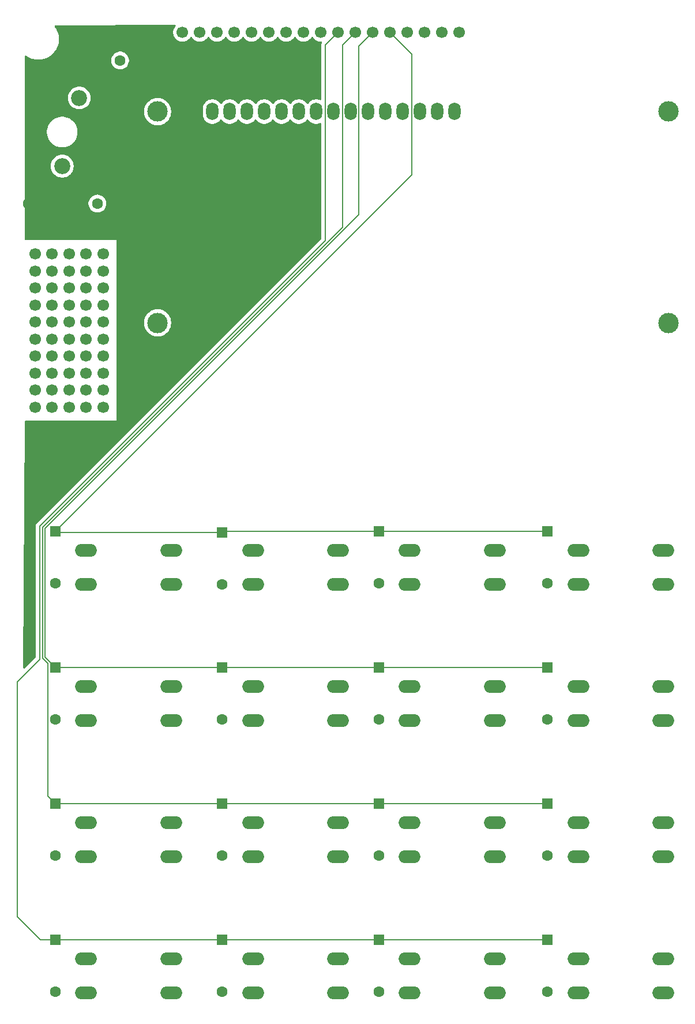
<source format=gbr>
%TF.GenerationSoftware,KiCad,Pcbnew,9.0.6*%
%TF.CreationDate,2025-12-01T15:24:05-05:00*%
%TF.ProjectId,65C816,36354338-3136-42e6-9b69-6361645f7063,rev?*%
%TF.SameCoordinates,Original*%
%TF.FileFunction,Copper,L2,Bot*%
%TF.FilePolarity,Positive*%
%FSLAX46Y46*%
G04 Gerber Fmt 4.6, Leading zero omitted, Abs format (unit mm)*
G04 Created by KiCad (PCBNEW 9.0.6) date 2025-12-01 15:24:05*
%MOMM*%
%LPD*%
G01*
G04 APERTURE LIST*
G04 Aperture macros list*
%AMRoundRect*
0 Rectangle with rounded corners*
0 $1 Rounding radius*
0 $2 $3 $4 $5 $6 $7 $8 $9 X,Y pos of 4 corners*
0 Add a 4 corners polygon primitive as box body*
4,1,4,$2,$3,$4,$5,$6,$7,$8,$9,$2,$3,0*
0 Add four circle primitives for the rounded corners*
1,1,$1+$1,$2,$3*
1,1,$1+$1,$4,$5*
1,1,$1+$1,$6,$7*
1,1,$1+$1,$8,$9*
0 Add four rect primitives between the rounded corners*
20,1,$1+$1,$2,$3,$4,$5,0*
20,1,$1+$1,$4,$5,$6,$7,0*
20,1,$1+$1,$6,$7,$8,$9,0*
20,1,$1+$1,$8,$9,$2,$3,0*%
G04 Aperture macros list end*
%TA.AperFunction,ComponentPad*%
%ADD10O,3.200000X1.900000*%
%TD*%
%TA.AperFunction,ComponentPad*%
%ADD11C,1.700000*%
%TD*%
%TA.AperFunction,ComponentPad*%
%ADD12C,1.600000*%
%TD*%
%TA.AperFunction,ComponentPad*%
%ADD13RoundRect,0.250000X-0.550000X0.550000X-0.550000X-0.550000X0.550000X-0.550000X0.550000X0.550000X0*%
%TD*%
%TA.AperFunction,ComponentPad*%
%ADD14C,2.340000*%
%TD*%
%TA.AperFunction,ComponentPad*%
%ADD15R,1.700000X1.700000*%
%TD*%
%TA.AperFunction,ComponentPad*%
%ADD16C,3.000000*%
%TD*%
%TA.AperFunction,ComponentPad*%
%ADD17R,1.800000X2.600000*%
%TD*%
%TA.AperFunction,ComponentPad*%
%ADD18O,1.800000X2.600000*%
%TD*%
%TA.AperFunction,Conductor*%
%ADD19C,0.200000*%
%TD*%
G04 APERTURE END LIST*
D10*
%TO.P,SW8,2,2*%
%TO.N,Net-(D8-A)*%
X122000000Y-174500000D03*
X109500000Y-174500000D03*
%TO.P,SW8,1,1*%
%TO.N,Net-(J2-Pin_17)*%
X122000000Y-169500000D03*
X109500000Y-169500000D03*
%TD*%
D11*
%TO.P,,2*%
%TO.N,N/C*%
X54500000Y-86000000D03*
%TD*%
%TO.P,,2*%
%TO.N,N/C*%
X57000000Y-88500000D03*
%TD*%
%TO.P,,2*%
%TO.N,N/C*%
X64500000Y-88500000D03*
%TD*%
%TO.P,,2*%
%TO.N,N/C*%
X64500000Y-86000000D03*
%TD*%
%TO.P,,2*%
%TO.N,N/C*%
X57000000Y-86000000D03*
%TD*%
%TO.P,,2*%
%TO.N,N/C*%
X59500000Y-88500000D03*
%TD*%
%TO.P,,2*%
%TO.N,N/C*%
X54500000Y-88500000D03*
%TD*%
%TO.P,,2*%
%TO.N,N/C*%
X62000000Y-88500000D03*
%TD*%
%TO.P,,2*%
%TO.N,N/C*%
X59500000Y-86000000D03*
%TD*%
%TO.P,,2*%
%TO.N,N/C*%
X62000000Y-86000000D03*
%TD*%
%TO.P,,2*%
%TO.N,N/C*%
X64500000Y-73500000D03*
%TD*%
%TO.P,,2*%
%TO.N,N/C*%
X64500000Y-83500000D03*
%TD*%
%TO.P,,2*%
%TO.N,N/C*%
X64500000Y-71000000D03*
%TD*%
%TO.P,,2*%
%TO.N,N/C*%
X64500000Y-66000000D03*
%TD*%
%TO.P,,2*%
%TO.N,N/C*%
X64500000Y-76000000D03*
%TD*%
%TO.P,,2*%
%TO.N,N/C*%
X64500000Y-68500000D03*
%TD*%
%TO.P,,2*%
%TO.N,N/C*%
X64500000Y-78500000D03*
%TD*%
%TO.P,,2*%
%TO.N,N/C*%
X64500000Y-81000000D03*
%TD*%
%TO.P,,2*%
%TO.N,N/C*%
X54500000Y-83500000D03*
%TD*%
%TO.P,,2*%
%TO.N,N/C*%
X59500000Y-83500000D03*
%TD*%
%TO.P,,2*%
%TO.N,N/C*%
X54500000Y-78500000D03*
%TD*%
%TO.P,,2*%
%TO.N,N/C*%
X62000000Y-83500000D03*
%TD*%
%TO.P,,2*%
%TO.N,N/C*%
X57000000Y-78500000D03*
%TD*%
%TO.P,,2*%
%TO.N,N/C*%
X59500000Y-78500000D03*
%TD*%
%TO.P,,2*%
%TO.N,N/C*%
X57000000Y-83500000D03*
%TD*%
%TO.P,,2*%
%TO.N,N/C*%
X57000000Y-81000000D03*
%TD*%
%TO.P,,2*%
%TO.N,N/C*%
X62000000Y-81000000D03*
%TD*%
%TO.P,,2*%
%TO.N,N/C*%
X62000000Y-76000000D03*
%TD*%
%TO.P,,2*%
%TO.N,N/C*%
X62000000Y-78500000D03*
%TD*%
%TO.P,,2*%
%TO.N,N/C*%
X54500000Y-76000000D03*
%TD*%
%TO.P,,2*%
%TO.N,N/C*%
X59500000Y-76000000D03*
%TD*%
%TO.P,,2*%
%TO.N,N/C*%
X59500000Y-81000000D03*
%TD*%
%TO.P,,2*%
%TO.N,N/C*%
X54500000Y-81000000D03*
%TD*%
%TO.P,,2*%
%TO.N,N/C*%
X57000000Y-76000000D03*
%TD*%
%TO.P,,2*%
%TO.N,N/C*%
X59500000Y-73500000D03*
%TD*%
%TO.P,,2*%
%TO.N,N/C*%
X59500000Y-68500000D03*
%TD*%
%TO.P,,2*%
%TO.N,N/C*%
X62000000Y-68500000D03*
%TD*%
%TO.P,,2*%
%TO.N,N/C*%
X62000000Y-73500000D03*
%TD*%
%TO.P,,2*%
%TO.N,N/C*%
X62000000Y-71000000D03*
%TD*%
%TO.P,,2*%
%TO.N,N/C*%
X59500000Y-66000000D03*
%TD*%
%TO.P,,2*%
%TO.N,N/C*%
X59500000Y-71000000D03*
%TD*%
%TO.P,,2*%
%TO.N,N/C*%
X62000000Y-66000000D03*
%TD*%
%TO.P,,2*%
%TO.N,N/C*%
X54500000Y-73500000D03*
%TD*%
%TO.P,,2*%
%TO.N,N/C*%
X57000000Y-73500000D03*
%TD*%
%TO.P,,2*%
%TO.N,N/C*%
X54500000Y-71000000D03*
%TD*%
%TO.P,,2*%
%TO.N,N/C*%
X57000000Y-71000000D03*
%TD*%
%TO.P,,2*%
%TO.N,N/C*%
X54500000Y-68500000D03*
%TD*%
%TO.P,,2*%
%TO.N,N/C*%
X57000000Y-68500000D03*
%TD*%
%TO.P,,2*%
%TO.N,N/C*%
X57000000Y-66000000D03*
%TD*%
%TO.P,,2*%
%TO.N,N/C*%
X54500000Y-66000000D03*
%TD*%
D12*
%TO.P,D4,2,A*%
%TO.N,Net-(D4-A)*%
X129750000Y-174310000D03*
D13*
%TO.P,D4,1,K*%
%TO.N,Net-(D12-K)*%
X129750000Y-166690000D03*
%TD*%
%TO.P,D3,1,K*%
%TO.N,Net-(D11-K)*%
X129750000Y-146690000D03*
D12*
%TO.P,D3,2,A*%
%TO.N,Net-(D3-A)*%
X129750000Y-154310000D03*
%TD*%
%TO.P,D2,2,A*%
%TO.N,Net-(D2-A)*%
X129750000Y-134310000D03*
D13*
%TO.P,D2,1,K*%
%TO.N,Net-(D10-K)*%
X129750000Y-126690000D03*
%TD*%
D12*
%TO.P,D1,2,A*%
%TO.N,Net-(D1-A)*%
X129750000Y-114310000D03*
D13*
%TO.P,D1,1,K*%
%TO.N,Net-(D1-K)*%
X129750000Y-106690000D03*
%TD*%
D12*
%TO.P,D6,2,A*%
%TO.N,Net-(D6-A)*%
X105000000Y-134310000D03*
D13*
%TO.P,D6,1,K*%
%TO.N,Net-(D10-K)*%
X105000000Y-126690000D03*
%TD*%
D12*
%TO.P,D5,2,A*%
%TO.N,Net-(D5-A)*%
X105000000Y-114310000D03*
D13*
%TO.P,D5,1,K*%
%TO.N,Net-(D1-K)*%
X105000000Y-106690000D03*
%TD*%
D12*
%TO.P,D8,2,A*%
%TO.N,Net-(D8-A)*%
X105000000Y-174310000D03*
D13*
%TO.P,D8,1,K*%
%TO.N,Net-(D12-K)*%
X105000000Y-166690000D03*
%TD*%
D12*
%TO.P,D7,2,A*%
%TO.N,Net-(D7-A)*%
X105000000Y-154310000D03*
D13*
%TO.P,D7,1,K*%
%TO.N,Net-(D11-K)*%
X105000000Y-146690000D03*
%TD*%
D10*
%TO.P,SW5,1,1*%
%TO.N,Net-(J2-Pin_17)*%
X109500000Y-109500000D03*
X122000000Y-109500000D03*
%TO.P,SW5,2,2*%
%TO.N,Net-(D5-A)*%
X109500000Y-114500000D03*
X122000000Y-114500000D03*
%TD*%
%TO.P,SW6,2,2*%
%TO.N,Net-(D6-A)*%
X122000000Y-134500000D03*
X109500000Y-134500000D03*
%TO.P,SW6,1,1*%
%TO.N,Net-(J2-Pin_17)*%
X122000000Y-129500000D03*
X109500000Y-129500000D03*
%TD*%
%TO.P,SW7,1,1*%
%TO.N,Net-(J2-Pin_17)*%
X109500000Y-149500000D03*
X122000000Y-149500000D03*
%TO.P,SW7,2,2*%
%TO.N,Net-(D7-A)*%
X109500000Y-154500000D03*
X122000000Y-154500000D03*
%TD*%
%TO.P,SW12,1,1*%
%TO.N,Net-(J2-Pin_16)*%
X86500000Y-169500000D03*
X99000000Y-169500000D03*
%TO.P,SW12,2,2*%
%TO.N,Net-(D12-A)*%
X86500000Y-174500000D03*
X99000000Y-174500000D03*
%TD*%
%TO.P,SW10,1,1*%
%TO.N,Net-(J2-Pin_16)*%
X86500000Y-129500000D03*
X99000000Y-129500000D03*
%TO.P,SW10,2,2*%
%TO.N,Net-(D10-A)*%
X86500000Y-134500000D03*
X99000000Y-134500000D03*
%TD*%
%TO.P,SW14,2,2*%
%TO.N,Net-(D14-A)*%
X74500000Y-134500000D03*
X62000000Y-134500000D03*
%TO.P,SW14,1,1*%
%TO.N,Net-(J2-Pin_15)*%
X74500000Y-129500000D03*
X62000000Y-129500000D03*
%TD*%
%TO.P,SW3,2,2*%
%TO.N,Net-(D3-A)*%
X146750000Y-154500000D03*
X134250000Y-154500000D03*
%TO.P,SW3,1,1*%
%TO.N,Net-(J2-Pin_18)*%
X146750000Y-149500000D03*
X134250000Y-149500000D03*
%TD*%
%TO.P,SW4,1,1*%
%TO.N,Net-(J2-Pin_18)*%
X134250000Y-169500000D03*
X146750000Y-169500000D03*
%TO.P,SW4,2,2*%
%TO.N,Net-(D4-A)*%
X134250000Y-174500000D03*
X146750000Y-174500000D03*
%TD*%
%TO.P,SW11,1,1*%
%TO.N,Net-(J2-Pin_16)*%
X86500000Y-149500000D03*
X99000000Y-149500000D03*
%TO.P,SW11,2,2*%
%TO.N,Net-(D11-A)*%
X86500000Y-154500000D03*
X99000000Y-154500000D03*
%TD*%
%TO.P,SW15,2,2*%
%TO.N,Net-(D15-A)*%
X74500000Y-154500000D03*
X62000000Y-154500000D03*
%TO.P,SW15,1,1*%
%TO.N,Net-(J2-Pin_15)*%
X74500000Y-149500000D03*
X62000000Y-149500000D03*
%TD*%
%TO.P,SW2,2,2*%
%TO.N,Net-(D2-A)*%
X146750000Y-134500000D03*
X134250000Y-134500000D03*
%TO.P,SW2,1,1*%
%TO.N,Net-(J2-Pin_18)*%
X146750000Y-129500000D03*
X134250000Y-129500000D03*
%TD*%
%TO.P,SW16,2,2*%
%TO.N,Net-(D16-A)*%
X74500000Y-174500000D03*
X62000000Y-174500000D03*
%TO.P,SW16,1,1*%
%TO.N,Net-(J2-Pin_15)*%
X74500000Y-169500000D03*
X62000000Y-169500000D03*
%TD*%
%TO.P,SW9,1,1*%
%TO.N,Net-(J2-Pin_16)*%
X86500000Y-109500000D03*
X99000000Y-109500000D03*
%TO.P,SW9,2,2*%
%TO.N,Net-(D9-A)*%
X86500000Y-114500000D03*
X99000000Y-114500000D03*
%TD*%
%TO.P,SW13,2,2*%
%TO.N,Net-(D13-A)*%
X74500000Y-114500000D03*
X62000000Y-114500000D03*
%TO.P,SW13,1,1*%
%TO.N,Net-(J2-Pin_15)*%
X74500000Y-109500000D03*
X62000000Y-109500000D03*
%TD*%
%TO.P,SW1,2,2*%
%TO.N,Net-(D1-A)*%
X146750000Y-114500000D03*
X134250000Y-114500000D03*
%TO.P,SW1,1,1*%
%TO.N,Net-(J2-Pin_18)*%
X146750000Y-109500000D03*
X134250000Y-109500000D03*
%TD*%
D14*
%TO.P,RV1,1,1*%
%TO.N,GND*%
X56000000Y-43120000D03*
%TO.P,RV1,2,2*%
%TO.N,Net-(DS1-VO)*%
X58500000Y-53120000D03*
%TO.P,RV1,3,3*%
%TO.N,+5V*%
X61000000Y-43120000D03*
%TD*%
D12*
%TO.P,R2,1*%
%TO.N,GND*%
X53500000Y-58620000D03*
%TO.P,R2,2*%
%TO.N,Net-(DS1-LED(-))*%
X63660000Y-58620000D03*
%TD*%
D15*
%TO.P,J2,1,Pin_1*%
%TO.N,GND*%
X73600000Y-33500000D03*
D11*
%TO.P,J2,2,Pin_2*%
%TO.N,+5V*%
X76140000Y-33500000D03*
%TO.P,J2,3,Pin_3*%
%TO.N,Net-(DS1-E)*%
X78680000Y-33500000D03*
%TO.P,J2,4,Pin_4*%
%TO.N,Net-(DS1-R{slash}W)*%
X81220000Y-33500000D03*
%TO.P,J2,5,Pin_5*%
%TO.N,Net-(DS1-RS)*%
X83760000Y-33500000D03*
%TO.P,J2,6,Pin_6*%
%TO.N,unconnected-(J2-Pin_6-Pad6)*%
X86300000Y-33500000D03*
%TO.P,J2,7,Pin_7*%
%TO.N,Net-(DS1-D4)*%
X88840000Y-33500000D03*
%TO.P,J2,8,Pin_8*%
%TO.N,Net-(DS1-D5)*%
X91380000Y-33500000D03*
%TO.P,J2,9,Pin_9*%
%TO.N,Net-(DS1-D6)*%
X93920000Y-33500000D03*
%TO.P,J2,10,Pin_10*%
%TO.N,Net-(DS1-D7)*%
X96460000Y-33500000D03*
%TO.P,J2,11,Pin_11*%
%TO.N,Net-(D12-K)*%
X99000000Y-33500000D03*
%TO.P,J2,12,Pin_12*%
%TO.N,Net-(D11-K)*%
X101540000Y-33500000D03*
%TO.P,J2,13,Pin_13*%
%TO.N,Net-(D10-K)*%
X104080000Y-33500000D03*
%TO.P,J2,14,Pin_14*%
%TO.N,Net-(D1-K)*%
X106620000Y-33500000D03*
%TO.P,J2,15,Pin_15*%
%TO.N,Net-(J2-Pin_15)*%
X109160000Y-33500000D03*
%TO.P,J2,16,Pin_16*%
%TO.N,Net-(J2-Pin_16)*%
X111700000Y-33500000D03*
%TO.P,J2,17,Pin_17*%
%TO.N,Net-(J2-Pin_17)*%
X114240000Y-33500000D03*
%TO.P,J2,18,Pin_18*%
%TO.N,Net-(J2-Pin_18)*%
X116780000Y-33500000D03*
%TD*%
D16*
%TO.P,DS1,*%
%TO.N,*%
X72500900Y-45120000D03*
X72500900Y-76120700D03*
X147499480Y-76120700D03*
X147500000Y-45120000D03*
D17*
%TO.P,DS1,1,VSS*%
%TO.N,GND*%
X78000000Y-45120000D03*
D18*
%TO.P,DS1,2,VDD*%
%TO.N,+5V*%
X80540000Y-45120000D03*
%TO.P,DS1,3,VO*%
%TO.N,Net-(DS1-VO)*%
X83080000Y-45120000D03*
%TO.P,DS1,4,RS*%
%TO.N,Net-(DS1-RS)*%
X85620000Y-45120000D03*
%TO.P,DS1,5,R/W*%
%TO.N,Net-(DS1-R{slash}W)*%
X88160000Y-45120000D03*
%TO.P,DS1,6,E*%
%TO.N,Net-(DS1-E)*%
X90700000Y-45120000D03*
%TO.P,DS1,7,D0*%
%TO.N,unconnected-(DS1-D0-Pad7)*%
X93240000Y-45120000D03*
%TO.P,DS1,8,D1*%
%TO.N,unconnected-(DS1-D1-Pad8)*%
X95780000Y-45120000D03*
%TO.P,DS1,9,D2*%
%TO.N,unconnected-(DS1-D2-Pad9)*%
X98320000Y-45120000D03*
%TO.P,DS1,10,D3*%
%TO.N,unconnected-(DS1-D3-Pad10)*%
X100860000Y-45120000D03*
%TO.P,DS1,11,D4*%
%TO.N,Net-(DS1-D4)*%
X103400000Y-45120000D03*
%TO.P,DS1,12,D5*%
%TO.N,Net-(DS1-D5)*%
X105940000Y-45120000D03*
%TO.P,DS1,13,D6*%
%TO.N,Net-(DS1-D6)*%
X108480000Y-45120000D03*
%TO.P,DS1,14,D7*%
%TO.N,Net-(DS1-D7)*%
X111020000Y-45120000D03*
%TO.P,DS1,15,LED(+)*%
%TO.N,+5V*%
X113560000Y-45120000D03*
%TO.P,DS1,16,LED(-)*%
%TO.N,Net-(DS1-LED(-))*%
X116100000Y-45120000D03*
%TD*%
D13*
%TO.P,D16,1,K*%
%TO.N,Net-(D12-K)*%
X57500000Y-166690000D03*
D12*
%TO.P,D16,2,A*%
%TO.N,Net-(D16-A)*%
X57500000Y-174310000D03*
%TD*%
D13*
%TO.P,D15,1,K*%
%TO.N,Net-(D11-K)*%
X57500000Y-146690000D03*
D12*
%TO.P,D15,2,A*%
%TO.N,Net-(D15-A)*%
X57500000Y-154310000D03*
%TD*%
D13*
%TO.P,D14,1,K*%
%TO.N,Net-(D10-K)*%
X57500000Y-126690000D03*
D12*
%TO.P,D14,2,A*%
%TO.N,Net-(D14-A)*%
X57500000Y-134310000D03*
%TD*%
D13*
%TO.P,D13,1,K*%
%TO.N,Net-(D1-K)*%
X57500000Y-106690000D03*
D12*
%TO.P,D13,2,A*%
%TO.N,Net-(D13-A)*%
X57500000Y-114310000D03*
%TD*%
D13*
%TO.P,D12,1,K*%
%TO.N,Net-(D12-K)*%
X82000000Y-166690000D03*
D12*
%TO.P,D12,2,A*%
%TO.N,Net-(D12-A)*%
X82000000Y-174310000D03*
%TD*%
D13*
%TO.P,D11,1,K*%
%TO.N,Net-(D11-K)*%
X82000000Y-146690000D03*
D12*
%TO.P,D11,2,A*%
%TO.N,Net-(D11-A)*%
X82000000Y-154310000D03*
%TD*%
D13*
%TO.P,D10,1,K*%
%TO.N,Net-(D10-K)*%
X82000000Y-126690000D03*
D12*
%TO.P,D10,2,A*%
%TO.N,Net-(D10-A)*%
X82000000Y-134310000D03*
%TD*%
D13*
%TO.P,D9,1,K*%
%TO.N,Net-(D1-K)*%
X82000000Y-106880000D03*
D12*
%TO.P,D9,2,A*%
%TO.N,Net-(D9-A)*%
X82000000Y-114500000D03*
%TD*%
%TO.P,C1,1*%
%TO.N,GND*%
X62000000Y-37620000D03*
%TO.P,C1,2*%
%TO.N,+5V*%
X67000000Y-37620000D03*
%TD*%
D19*
%TO.N,Net-(D12-K)*%
X55200000Y-105972470D02*
X55200000Y-125500000D01*
X57500000Y-166690000D02*
X55304523Y-166690000D01*
X55304523Y-166690000D02*
X51899000Y-163284477D01*
X51899000Y-128801000D02*
X55200000Y-125500000D01*
X51899000Y-163284477D02*
X51899000Y-128801000D01*
%TO.N,Net-(D1-K)*%
X82000000Y-106880000D02*
X57690000Y-106880000D01*
X57690000Y-106880000D02*
X57500000Y-106690000D01*
X106620000Y-33500000D02*
X109819000Y-36699000D01*
X109819000Y-36699000D02*
X109819000Y-54371000D01*
X109819000Y-54371000D02*
X57500000Y-106690000D01*
%TO.N,Net-(D11-K)*%
X101540000Y-33500000D02*
X99659000Y-35381000D01*
X55600000Y-125355686D02*
X56399000Y-126154686D01*
X55600000Y-106138155D02*
X55600000Y-125355686D01*
X99659000Y-62079155D02*
X55600000Y-106138155D01*
X56399000Y-126154686D02*
X56399000Y-145589000D01*
%TO.N,Net-(D10-K)*%
X102061000Y-35519000D02*
X102061000Y-60242840D01*
%TO.N,Net-(D11-K)*%
X56399000Y-145589000D02*
X57500000Y-146690000D01*
%TO.N,Net-(D12-K)*%
X99000000Y-33500000D02*
X97119000Y-35381000D01*
X97119000Y-64053470D02*
X55200000Y-105972470D01*
%TO.N,Net-(D10-K)*%
X102061000Y-60242840D02*
X56000000Y-106303840D01*
%TO.N,Net-(D12-K)*%
X97119000Y-35381000D02*
X97119000Y-64053470D01*
%TO.N,Net-(D11-K)*%
X99659000Y-35381000D02*
X99659000Y-62079155D01*
%TO.N,Net-(D10-K)*%
X104080000Y-33500000D02*
X102061000Y-35519000D01*
X56000000Y-106303840D02*
X56000000Y-125190000D01*
X56000000Y-125190000D02*
X57500000Y-126690000D01*
%TO.N,Net-(D12-K)*%
X105000000Y-166690000D02*
X129750000Y-166690000D01*
X82000000Y-166690000D02*
X105000000Y-166690000D01*
X57500000Y-166690000D02*
X82000000Y-166690000D01*
%TO.N,Net-(D10-K)*%
X105000000Y-126690000D02*
X129750000Y-126690000D01*
%TO.N,Net-(D11-K)*%
X82000000Y-146690000D02*
X57500000Y-146690000D01*
X105000000Y-146690000D02*
X82000000Y-146690000D01*
X129750000Y-146690000D02*
X105000000Y-146690000D01*
%TO.N,Net-(D10-K)*%
X82000000Y-126690000D02*
X104500000Y-126690000D01*
X104500000Y-126690000D02*
X105000000Y-127190000D01*
X57500000Y-126690000D02*
X82000000Y-126690000D01*
%TO.N,Net-(D1-K)*%
X105000000Y-106690000D02*
X82190000Y-106690000D01*
X82190000Y-106690000D02*
X82000000Y-106880000D01*
X129750000Y-106690000D02*
X105000000Y-106690000D01*
%TD*%
%TA.AperFunction,Conductor*%
%TO.N,GND*%
G36*
X75113266Y-32403298D02*
G01*
X75159298Y-32455861D01*
X75169605Y-32524966D01*
X75140915Y-32588673D01*
X75134459Y-32595645D01*
X75109889Y-32620214D01*
X74984951Y-32792179D01*
X74888444Y-32981585D01*
X74888443Y-32981587D01*
X74888443Y-32981588D01*
X74855598Y-33082672D01*
X74822753Y-33183760D01*
X74790225Y-33389137D01*
X74789500Y-33393713D01*
X74789500Y-33606287D01*
X74822754Y-33816243D01*
X74881356Y-33996602D01*
X74888444Y-34018414D01*
X74984951Y-34207820D01*
X75109890Y-34379786D01*
X75260213Y-34530109D01*
X75432179Y-34655048D01*
X75432181Y-34655049D01*
X75432184Y-34655051D01*
X75621588Y-34751557D01*
X75823757Y-34817246D01*
X76033713Y-34850500D01*
X76033714Y-34850500D01*
X76246286Y-34850500D01*
X76246287Y-34850500D01*
X76456243Y-34817246D01*
X76658412Y-34751557D01*
X76847816Y-34655051D01*
X76881231Y-34630774D01*
X77019786Y-34530109D01*
X77019788Y-34530106D01*
X77019792Y-34530104D01*
X77170104Y-34379792D01*
X77170106Y-34379788D01*
X77170109Y-34379786D01*
X77295048Y-34207820D01*
X77295047Y-34207820D01*
X77295051Y-34207816D01*
X77299514Y-34199054D01*
X77347488Y-34148259D01*
X77415308Y-34131463D01*
X77481444Y-34153999D01*
X77520486Y-34199056D01*
X77524951Y-34207820D01*
X77649890Y-34379786D01*
X77800213Y-34530109D01*
X77972179Y-34655048D01*
X77972181Y-34655049D01*
X77972184Y-34655051D01*
X78161588Y-34751557D01*
X78363757Y-34817246D01*
X78573713Y-34850500D01*
X78573714Y-34850500D01*
X78786286Y-34850500D01*
X78786287Y-34850500D01*
X78996243Y-34817246D01*
X79198412Y-34751557D01*
X79387816Y-34655051D01*
X79421231Y-34630774D01*
X79559786Y-34530109D01*
X79559788Y-34530106D01*
X79559792Y-34530104D01*
X79710104Y-34379792D01*
X79710106Y-34379788D01*
X79710109Y-34379786D01*
X79835048Y-34207820D01*
X79835047Y-34207820D01*
X79835051Y-34207816D01*
X79839514Y-34199054D01*
X79887488Y-34148259D01*
X79955308Y-34131463D01*
X80021444Y-34153999D01*
X80060486Y-34199056D01*
X80064951Y-34207820D01*
X80189890Y-34379786D01*
X80340213Y-34530109D01*
X80512179Y-34655048D01*
X80512181Y-34655049D01*
X80512184Y-34655051D01*
X80701588Y-34751557D01*
X80903757Y-34817246D01*
X81113713Y-34850500D01*
X81113714Y-34850500D01*
X81326286Y-34850500D01*
X81326287Y-34850500D01*
X81536243Y-34817246D01*
X81738412Y-34751557D01*
X81927816Y-34655051D01*
X81961231Y-34630774D01*
X82099786Y-34530109D01*
X82099788Y-34530106D01*
X82099792Y-34530104D01*
X82250104Y-34379792D01*
X82250106Y-34379788D01*
X82250109Y-34379786D01*
X82375048Y-34207820D01*
X82375047Y-34207820D01*
X82375051Y-34207816D01*
X82379514Y-34199054D01*
X82427488Y-34148259D01*
X82495308Y-34131463D01*
X82561444Y-34153999D01*
X82600486Y-34199056D01*
X82604951Y-34207820D01*
X82729890Y-34379786D01*
X82880213Y-34530109D01*
X83052179Y-34655048D01*
X83052181Y-34655049D01*
X83052184Y-34655051D01*
X83241588Y-34751557D01*
X83443757Y-34817246D01*
X83653713Y-34850500D01*
X83653714Y-34850500D01*
X83866286Y-34850500D01*
X83866287Y-34850500D01*
X84076243Y-34817246D01*
X84278412Y-34751557D01*
X84467816Y-34655051D01*
X84501231Y-34630774D01*
X84639786Y-34530109D01*
X84639788Y-34530106D01*
X84639792Y-34530104D01*
X84790104Y-34379792D01*
X84790106Y-34379788D01*
X84790109Y-34379786D01*
X84915048Y-34207820D01*
X84915047Y-34207820D01*
X84915051Y-34207816D01*
X84919514Y-34199054D01*
X84967488Y-34148259D01*
X85035308Y-34131463D01*
X85101444Y-34153999D01*
X85140486Y-34199056D01*
X85144951Y-34207820D01*
X85269890Y-34379786D01*
X85420213Y-34530109D01*
X85592179Y-34655048D01*
X85592181Y-34655049D01*
X85592184Y-34655051D01*
X85781588Y-34751557D01*
X85983757Y-34817246D01*
X86193713Y-34850500D01*
X86193714Y-34850500D01*
X86406286Y-34850500D01*
X86406287Y-34850500D01*
X86616243Y-34817246D01*
X86818412Y-34751557D01*
X87007816Y-34655051D01*
X87041231Y-34630774D01*
X87179786Y-34530109D01*
X87179788Y-34530106D01*
X87179792Y-34530104D01*
X87330104Y-34379792D01*
X87330106Y-34379788D01*
X87330109Y-34379786D01*
X87455048Y-34207820D01*
X87455047Y-34207820D01*
X87455051Y-34207816D01*
X87459514Y-34199054D01*
X87507488Y-34148259D01*
X87575308Y-34131463D01*
X87641444Y-34153999D01*
X87680486Y-34199056D01*
X87684951Y-34207820D01*
X87809890Y-34379786D01*
X87960213Y-34530109D01*
X88132179Y-34655048D01*
X88132181Y-34655049D01*
X88132184Y-34655051D01*
X88321588Y-34751557D01*
X88523757Y-34817246D01*
X88733713Y-34850500D01*
X88733714Y-34850500D01*
X88946286Y-34850500D01*
X88946287Y-34850500D01*
X89156243Y-34817246D01*
X89358412Y-34751557D01*
X89547816Y-34655051D01*
X89581231Y-34630774D01*
X89719786Y-34530109D01*
X89719788Y-34530106D01*
X89719792Y-34530104D01*
X89870104Y-34379792D01*
X89870106Y-34379788D01*
X89870109Y-34379786D01*
X89995048Y-34207820D01*
X89995047Y-34207820D01*
X89995051Y-34207816D01*
X89999514Y-34199054D01*
X90047488Y-34148259D01*
X90115308Y-34131463D01*
X90181444Y-34153999D01*
X90220486Y-34199056D01*
X90224951Y-34207820D01*
X90349890Y-34379786D01*
X90500213Y-34530109D01*
X90672179Y-34655048D01*
X90672181Y-34655049D01*
X90672184Y-34655051D01*
X90861588Y-34751557D01*
X91063757Y-34817246D01*
X91273713Y-34850500D01*
X91273714Y-34850500D01*
X91486286Y-34850500D01*
X91486287Y-34850500D01*
X91696243Y-34817246D01*
X91898412Y-34751557D01*
X92087816Y-34655051D01*
X92121231Y-34630774D01*
X92259786Y-34530109D01*
X92259788Y-34530106D01*
X92259792Y-34530104D01*
X92410104Y-34379792D01*
X92410106Y-34379788D01*
X92410109Y-34379786D01*
X92535048Y-34207820D01*
X92535047Y-34207820D01*
X92535051Y-34207816D01*
X92539514Y-34199054D01*
X92587488Y-34148259D01*
X92655308Y-34131463D01*
X92721444Y-34153999D01*
X92760486Y-34199056D01*
X92764951Y-34207820D01*
X92889890Y-34379786D01*
X93040213Y-34530109D01*
X93212179Y-34655048D01*
X93212181Y-34655049D01*
X93212184Y-34655051D01*
X93401588Y-34751557D01*
X93603757Y-34817246D01*
X93813713Y-34850500D01*
X93813714Y-34850500D01*
X94026286Y-34850500D01*
X94026287Y-34850500D01*
X94236243Y-34817246D01*
X94438412Y-34751557D01*
X94627816Y-34655051D01*
X94661231Y-34630774D01*
X94799786Y-34530109D01*
X94799788Y-34530106D01*
X94799792Y-34530104D01*
X94950104Y-34379792D01*
X94950106Y-34379788D01*
X94950109Y-34379786D01*
X95075048Y-34207820D01*
X95075047Y-34207820D01*
X95075051Y-34207816D01*
X95079514Y-34199054D01*
X95127488Y-34148259D01*
X95195308Y-34131463D01*
X95261444Y-34153999D01*
X95300486Y-34199056D01*
X95304951Y-34207820D01*
X95429890Y-34379786D01*
X95580213Y-34530109D01*
X95752179Y-34655048D01*
X95752181Y-34655049D01*
X95752184Y-34655051D01*
X95941588Y-34751557D01*
X96143757Y-34817246D01*
X96353713Y-34850500D01*
X96353714Y-34850500D01*
X96517112Y-34850500D01*
X96522936Y-34852210D01*
X96528899Y-34851061D01*
X96556076Y-34861941D01*
X96584151Y-34870185D01*
X96588125Y-34874772D01*
X96593763Y-34877029D01*
X96610743Y-34900874D01*
X96629906Y-34922989D01*
X96630769Y-34928996D01*
X96634292Y-34933943D01*
X96635684Y-34963179D01*
X96639850Y-34992147D01*
X96637401Y-34999220D01*
X96637617Y-35003734D01*
X96624499Y-35036500D01*
X96588360Y-35099095D01*
X96588359Y-35099096D01*
X96559425Y-35149209D01*
X96559424Y-35149210D01*
X96559136Y-35150285D01*
X96518499Y-35301943D01*
X96518499Y-35301945D01*
X96518499Y-35470046D01*
X96518500Y-35470059D01*
X96518500Y-43322115D01*
X96498815Y-43389154D01*
X96446011Y-43434909D01*
X96376853Y-43444853D01*
X96338207Y-43432601D01*
X96317607Y-43422105D01*
X96317603Y-43422103D01*
X96107952Y-43353985D01*
X95906732Y-43322115D01*
X95890222Y-43319500D01*
X95669778Y-43319500D01*
X95653268Y-43322115D01*
X95452047Y-43353985D01*
X95242396Y-43422103D01*
X95242393Y-43422104D01*
X95045974Y-43522187D01*
X94867641Y-43651752D01*
X94867636Y-43651756D01*
X94711756Y-43807636D01*
X94711752Y-43807641D01*
X94610318Y-43947254D01*
X94554988Y-43989920D01*
X94485375Y-43995899D01*
X94423580Y-43963293D01*
X94409682Y-43947254D01*
X94308247Y-43807641D01*
X94308243Y-43807636D01*
X94152363Y-43651756D01*
X94152358Y-43651752D01*
X93974025Y-43522187D01*
X93974024Y-43522186D01*
X93974022Y-43522185D01*
X93911096Y-43490122D01*
X93777606Y-43422104D01*
X93777603Y-43422103D01*
X93567952Y-43353985D01*
X93366732Y-43322115D01*
X93350222Y-43319500D01*
X93129778Y-43319500D01*
X93113268Y-43322115D01*
X92912047Y-43353985D01*
X92702396Y-43422103D01*
X92702393Y-43422104D01*
X92505974Y-43522187D01*
X92327641Y-43651752D01*
X92327636Y-43651756D01*
X92171756Y-43807636D01*
X92171752Y-43807641D01*
X92070318Y-43947254D01*
X92014988Y-43989920D01*
X91945375Y-43995899D01*
X91883580Y-43963293D01*
X91869682Y-43947254D01*
X91768247Y-43807641D01*
X91768243Y-43807636D01*
X91612363Y-43651756D01*
X91612358Y-43651752D01*
X91434025Y-43522187D01*
X91434024Y-43522186D01*
X91434022Y-43522185D01*
X91371096Y-43490122D01*
X91237606Y-43422104D01*
X91237603Y-43422103D01*
X91027952Y-43353985D01*
X90826732Y-43322115D01*
X90810222Y-43319500D01*
X90589778Y-43319500D01*
X90573268Y-43322115D01*
X90372047Y-43353985D01*
X90162396Y-43422103D01*
X90162393Y-43422104D01*
X89965974Y-43522187D01*
X89787641Y-43651752D01*
X89787636Y-43651756D01*
X89631756Y-43807636D01*
X89631752Y-43807641D01*
X89530318Y-43947254D01*
X89474988Y-43989920D01*
X89405375Y-43995899D01*
X89343580Y-43963293D01*
X89329682Y-43947254D01*
X89228247Y-43807641D01*
X89228243Y-43807636D01*
X89072363Y-43651756D01*
X89072358Y-43651752D01*
X88894025Y-43522187D01*
X88894024Y-43522186D01*
X88894022Y-43522185D01*
X88831096Y-43490122D01*
X88697606Y-43422104D01*
X88697603Y-43422103D01*
X88487952Y-43353985D01*
X88286732Y-43322115D01*
X88270222Y-43319500D01*
X88049778Y-43319500D01*
X88033268Y-43322115D01*
X87832047Y-43353985D01*
X87622396Y-43422103D01*
X87622393Y-43422104D01*
X87425974Y-43522187D01*
X87247641Y-43651752D01*
X87247636Y-43651756D01*
X87091756Y-43807636D01*
X87091752Y-43807641D01*
X86990318Y-43947254D01*
X86934988Y-43989920D01*
X86865375Y-43995899D01*
X86803580Y-43963293D01*
X86789682Y-43947254D01*
X86688247Y-43807641D01*
X86688243Y-43807636D01*
X86532363Y-43651756D01*
X86532358Y-43651752D01*
X86354025Y-43522187D01*
X86354024Y-43522186D01*
X86354022Y-43522185D01*
X86291096Y-43490122D01*
X86157606Y-43422104D01*
X86157603Y-43422103D01*
X85947952Y-43353985D01*
X85746732Y-43322115D01*
X85730222Y-43319500D01*
X85509778Y-43319500D01*
X85493268Y-43322115D01*
X85292047Y-43353985D01*
X85082396Y-43422103D01*
X85082393Y-43422104D01*
X84885974Y-43522187D01*
X84707641Y-43651752D01*
X84707636Y-43651756D01*
X84551756Y-43807636D01*
X84551752Y-43807641D01*
X84450318Y-43947254D01*
X84394988Y-43989920D01*
X84325375Y-43995899D01*
X84263580Y-43963293D01*
X84249682Y-43947254D01*
X84148247Y-43807641D01*
X84148243Y-43807636D01*
X83992363Y-43651756D01*
X83992358Y-43651752D01*
X83814025Y-43522187D01*
X83814024Y-43522186D01*
X83814022Y-43522185D01*
X83751096Y-43490122D01*
X83617606Y-43422104D01*
X83617603Y-43422103D01*
X83407952Y-43353985D01*
X83206732Y-43322115D01*
X83190222Y-43319500D01*
X82969778Y-43319500D01*
X82953268Y-43322115D01*
X82752047Y-43353985D01*
X82542396Y-43422103D01*
X82542393Y-43422104D01*
X82345974Y-43522187D01*
X82167641Y-43651752D01*
X82167636Y-43651756D01*
X82011756Y-43807636D01*
X82011752Y-43807641D01*
X81910318Y-43947254D01*
X81854988Y-43989920D01*
X81785375Y-43995899D01*
X81723580Y-43963293D01*
X81709682Y-43947254D01*
X81608247Y-43807641D01*
X81608243Y-43807636D01*
X81452363Y-43651756D01*
X81452358Y-43651752D01*
X81274025Y-43522187D01*
X81274024Y-43522186D01*
X81274022Y-43522185D01*
X81211096Y-43490122D01*
X81077606Y-43422104D01*
X81077603Y-43422103D01*
X80867952Y-43353985D01*
X80666732Y-43322115D01*
X80650222Y-43319500D01*
X80429778Y-43319500D01*
X80413268Y-43322115D01*
X80212047Y-43353985D01*
X80002396Y-43422103D01*
X80002393Y-43422104D01*
X79805974Y-43522187D01*
X79627641Y-43651752D01*
X79627636Y-43651756D01*
X79471756Y-43807636D01*
X79471752Y-43807641D01*
X79342187Y-43985974D01*
X79242104Y-44182393D01*
X79242103Y-44182396D01*
X79173985Y-44392047D01*
X79139500Y-44609778D01*
X79139500Y-45630221D01*
X79173985Y-45847952D01*
X79242103Y-46057603D01*
X79242104Y-46057606D01*
X79310122Y-46191096D01*
X79337466Y-46244761D01*
X79342187Y-46254025D01*
X79471752Y-46432358D01*
X79471756Y-46432363D01*
X79627636Y-46588243D01*
X79627641Y-46588247D01*
X79689183Y-46632959D01*
X79805978Y-46717815D01*
X79934375Y-46783237D01*
X80002393Y-46817895D01*
X80002396Y-46817896D01*
X80087022Y-46845392D01*
X80212049Y-46886015D01*
X80429778Y-46920500D01*
X80429779Y-46920500D01*
X80650221Y-46920500D01*
X80650222Y-46920500D01*
X80867951Y-46886015D01*
X81077606Y-46817895D01*
X81274022Y-46717815D01*
X81452365Y-46588242D01*
X81608242Y-46432365D01*
X81618804Y-46417826D01*
X81709682Y-46292745D01*
X81765011Y-46250079D01*
X81834625Y-46244100D01*
X81896420Y-46276705D01*
X81910318Y-46292745D01*
X82011752Y-46432358D01*
X82011756Y-46432363D01*
X82167636Y-46588243D01*
X82167641Y-46588247D01*
X82229183Y-46632959D01*
X82345978Y-46717815D01*
X82474375Y-46783237D01*
X82542393Y-46817895D01*
X82542396Y-46817896D01*
X82627022Y-46845392D01*
X82752049Y-46886015D01*
X82969778Y-46920500D01*
X82969779Y-46920500D01*
X83190221Y-46920500D01*
X83190222Y-46920500D01*
X83407951Y-46886015D01*
X83617606Y-46817895D01*
X83814022Y-46717815D01*
X83992365Y-46588242D01*
X84148242Y-46432365D01*
X84158804Y-46417826D01*
X84249682Y-46292745D01*
X84305011Y-46250079D01*
X84374625Y-46244100D01*
X84436420Y-46276705D01*
X84450318Y-46292745D01*
X84551752Y-46432358D01*
X84551756Y-46432363D01*
X84707636Y-46588243D01*
X84707641Y-46588247D01*
X84769183Y-46632959D01*
X84885978Y-46717815D01*
X85014375Y-46783237D01*
X85082393Y-46817895D01*
X85082396Y-46817896D01*
X85167022Y-46845392D01*
X85292049Y-46886015D01*
X85509778Y-46920500D01*
X85509779Y-46920500D01*
X85730221Y-46920500D01*
X85730222Y-46920500D01*
X85947951Y-46886015D01*
X86157606Y-46817895D01*
X86354022Y-46717815D01*
X86532365Y-46588242D01*
X86688242Y-46432365D01*
X86698804Y-46417826D01*
X86789682Y-46292745D01*
X86845011Y-46250079D01*
X86914625Y-46244100D01*
X86976420Y-46276705D01*
X86990318Y-46292745D01*
X87091752Y-46432358D01*
X87091756Y-46432363D01*
X87247636Y-46588243D01*
X87247641Y-46588247D01*
X87309183Y-46632959D01*
X87425978Y-46717815D01*
X87554375Y-46783237D01*
X87622393Y-46817895D01*
X87622396Y-46817896D01*
X87707022Y-46845392D01*
X87832049Y-46886015D01*
X88049778Y-46920500D01*
X88049779Y-46920500D01*
X88270221Y-46920500D01*
X88270222Y-46920500D01*
X88487951Y-46886015D01*
X88697606Y-46817895D01*
X88894022Y-46717815D01*
X89072365Y-46588242D01*
X89228242Y-46432365D01*
X89238804Y-46417826D01*
X89329682Y-46292745D01*
X89385011Y-46250079D01*
X89454625Y-46244100D01*
X89516420Y-46276705D01*
X89530318Y-46292745D01*
X89631752Y-46432358D01*
X89631756Y-46432363D01*
X89787636Y-46588243D01*
X89787641Y-46588247D01*
X89849183Y-46632959D01*
X89965978Y-46717815D01*
X90094375Y-46783237D01*
X90162393Y-46817895D01*
X90162396Y-46817896D01*
X90247022Y-46845392D01*
X90372049Y-46886015D01*
X90589778Y-46920500D01*
X90589779Y-46920500D01*
X90810221Y-46920500D01*
X90810222Y-46920500D01*
X91027951Y-46886015D01*
X91237606Y-46817895D01*
X91434022Y-46717815D01*
X91612365Y-46588242D01*
X91768242Y-46432365D01*
X91778804Y-46417826D01*
X91869682Y-46292745D01*
X91925011Y-46250079D01*
X91994625Y-46244100D01*
X92056420Y-46276705D01*
X92070318Y-46292745D01*
X92171752Y-46432358D01*
X92171756Y-46432363D01*
X92327636Y-46588243D01*
X92327641Y-46588247D01*
X92389183Y-46632959D01*
X92505978Y-46717815D01*
X92634375Y-46783237D01*
X92702393Y-46817895D01*
X92702396Y-46817896D01*
X92787022Y-46845392D01*
X92912049Y-46886015D01*
X93129778Y-46920500D01*
X93129779Y-46920500D01*
X93350221Y-46920500D01*
X93350222Y-46920500D01*
X93567951Y-46886015D01*
X93777606Y-46817895D01*
X93974022Y-46717815D01*
X94152365Y-46588242D01*
X94308242Y-46432365D01*
X94318804Y-46417826D01*
X94409682Y-46292745D01*
X94465011Y-46250079D01*
X94534625Y-46244100D01*
X94596420Y-46276705D01*
X94610318Y-46292745D01*
X94711752Y-46432358D01*
X94711756Y-46432363D01*
X94867636Y-46588243D01*
X94867641Y-46588247D01*
X94929183Y-46632959D01*
X95045978Y-46717815D01*
X95174375Y-46783237D01*
X95242393Y-46817895D01*
X95242396Y-46817896D01*
X95327022Y-46845392D01*
X95452049Y-46886015D01*
X95669778Y-46920500D01*
X95669779Y-46920500D01*
X95890221Y-46920500D01*
X95890222Y-46920500D01*
X96107951Y-46886015D01*
X96317606Y-46817895D01*
X96317610Y-46817893D01*
X96338204Y-46807400D01*
X96406873Y-46794503D01*
X96471613Y-46820778D01*
X96511871Y-46877884D01*
X96518500Y-46917884D01*
X96518500Y-63753372D01*
X96498815Y-63820411D01*
X96482181Y-63841053D01*
X54719481Y-105603752D01*
X54719480Y-105603754D01*
X54688372Y-105657635D01*
X54640423Y-105740685D01*
X54599499Y-105893413D01*
X54599499Y-105893415D01*
X54599499Y-106061516D01*
X54599500Y-106061529D01*
X54599500Y-125199902D01*
X54579815Y-125266941D01*
X54563181Y-125287583D01*
X53008002Y-126842761D01*
X52946679Y-126876246D01*
X52876987Y-126871262D01*
X52821054Y-126829390D01*
X52796637Y-126763926D01*
X52796323Y-126754400D01*
X52999307Y-90623302D01*
X53019368Y-90556376D01*
X53072428Y-90510918D01*
X53123305Y-90500000D01*
X66500000Y-90500000D01*
X66500000Y-75989572D01*
X70500400Y-75989572D01*
X70500400Y-76251827D01*
X70527023Y-76454039D01*
X70534630Y-76511816D01*
X70537216Y-76521467D01*
X70602502Y-76765118D01*
X70602505Y-76765128D01*
X70702853Y-77007390D01*
X70702858Y-77007400D01*
X70833975Y-77234503D01*
X70993618Y-77442551D01*
X70993626Y-77442560D01*
X71179040Y-77627974D01*
X71179048Y-77627981D01*
X71387096Y-77787624D01*
X71614199Y-77918741D01*
X71614209Y-77918746D01*
X71856471Y-78019094D01*
X71856481Y-78019098D01*
X72109784Y-78086970D01*
X72369780Y-78121200D01*
X72369787Y-78121200D01*
X72632013Y-78121200D01*
X72632020Y-78121200D01*
X72892016Y-78086970D01*
X73145319Y-78019098D01*
X73387597Y-77918743D01*
X73614703Y-77787624D01*
X73822751Y-77627982D01*
X73822755Y-77627977D01*
X73822760Y-77627974D01*
X74008174Y-77442560D01*
X74008177Y-77442555D01*
X74008182Y-77442551D01*
X74167824Y-77234503D01*
X74298943Y-77007397D01*
X74399298Y-76765119D01*
X74467170Y-76511816D01*
X74501400Y-76251820D01*
X74501400Y-75989580D01*
X74467170Y-75729584D01*
X74399298Y-75476281D01*
X74399294Y-75476271D01*
X74298946Y-75234009D01*
X74298941Y-75233999D01*
X74167824Y-75006896D01*
X74008181Y-74798848D01*
X74008174Y-74798840D01*
X73822760Y-74613426D01*
X73822751Y-74613418D01*
X73614703Y-74453775D01*
X73387600Y-74322658D01*
X73387590Y-74322653D01*
X73145328Y-74222305D01*
X73145321Y-74222303D01*
X73145319Y-74222302D01*
X72892016Y-74154430D01*
X72834239Y-74146823D01*
X72632027Y-74120200D01*
X72632020Y-74120200D01*
X72369780Y-74120200D01*
X72369772Y-74120200D01*
X72140569Y-74150377D01*
X72109784Y-74154430D01*
X71910544Y-74207816D01*
X71856481Y-74222302D01*
X71856471Y-74222305D01*
X71614209Y-74322653D01*
X71614199Y-74322658D01*
X71387096Y-74453775D01*
X71179048Y-74613418D01*
X70993618Y-74798848D01*
X70833975Y-75006896D01*
X70702858Y-75233999D01*
X70702853Y-75234009D01*
X70602505Y-75476271D01*
X70602502Y-75476281D01*
X70534630Y-75729585D01*
X70500400Y-75989572D01*
X66500000Y-75989572D01*
X66500000Y-64000000D01*
X53124000Y-64000000D01*
X53056961Y-63980315D01*
X53011206Y-63927511D01*
X53000000Y-63876000D01*
X53000000Y-58517648D01*
X62359500Y-58517648D01*
X62359500Y-58722351D01*
X62391522Y-58924534D01*
X62454781Y-59119223D01*
X62547715Y-59301613D01*
X62668028Y-59467213D01*
X62812786Y-59611971D01*
X62967749Y-59724556D01*
X62978390Y-59732287D01*
X63094607Y-59791503D01*
X63160776Y-59825218D01*
X63160778Y-59825218D01*
X63160781Y-59825220D01*
X63265137Y-59859127D01*
X63355465Y-59888477D01*
X63456557Y-59904488D01*
X63557648Y-59920500D01*
X63557649Y-59920500D01*
X63762351Y-59920500D01*
X63762352Y-59920500D01*
X63964534Y-59888477D01*
X64159219Y-59825220D01*
X64341610Y-59732287D01*
X64434590Y-59664732D01*
X64507213Y-59611971D01*
X64507215Y-59611968D01*
X64507219Y-59611966D01*
X64651966Y-59467219D01*
X64651968Y-59467215D01*
X64651971Y-59467213D01*
X64704732Y-59394590D01*
X64772287Y-59301610D01*
X64865220Y-59119219D01*
X64928477Y-58924534D01*
X64960500Y-58722352D01*
X64960500Y-58517648D01*
X64928477Y-58315466D01*
X64865220Y-58120781D01*
X64865218Y-58120778D01*
X64865218Y-58120776D01*
X64831503Y-58054607D01*
X64772287Y-57938390D01*
X64764556Y-57927749D01*
X64651971Y-57772786D01*
X64507213Y-57628028D01*
X64341613Y-57507715D01*
X64341612Y-57507714D01*
X64341610Y-57507713D01*
X64284653Y-57478691D01*
X64159223Y-57414781D01*
X63964534Y-57351522D01*
X63789995Y-57323878D01*
X63762352Y-57319500D01*
X63557648Y-57319500D01*
X63533329Y-57323351D01*
X63355465Y-57351522D01*
X63160776Y-57414781D01*
X62978386Y-57507715D01*
X62812786Y-57628028D01*
X62668028Y-57772786D01*
X62547715Y-57938386D01*
X62454781Y-58120776D01*
X62391522Y-58315465D01*
X62359500Y-58517648D01*
X53000000Y-58517648D01*
X53000000Y-53010502D01*
X56829500Y-53010502D01*
X56829500Y-53229497D01*
X56853306Y-53410314D01*
X56858083Y-53446598D01*
X56914759Y-53658117D01*
X56998560Y-53860428D01*
X56998562Y-53860433D01*
X56998565Y-53860438D01*
X57108049Y-54050070D01*
X57241355Y-54223798D01*
X57241361Y-54223805D01*
X57396194Y-54378638D01*
X57396201Y-54378644D01*
X57569929Y-54511950D01*
X57759561Y-54621434D01*
X57759563Y-54621434D01*
X57759572Y-54621440D01*
X57961883Y-54705241D01*
X58173402Y-54761917D01*
X58390510Y-54790500D01*
X58390517Y-54790500D01*
X58609483Y-54790500D01*
X58609490Y-54790500D01*
X58826598Y-54761917D01*
X59038117Y-54705241D01*
X59240428Y-54621440D01*
X59430071Y-54511950D01*
X59603800Y-54378643D01*
X59758643Y-54223800D01*
X59891950Y-54050071D01*
X60001440Y-53860428D01*
X60085241Y-53658117D01*
X60141917Y-53446598D01*
X60170500Y-53229490D01*
X60170500Y-53010510D01*
X60141917Y-52793402D01*
X60085241Y-52581883D01*
X60001440Y-52379572D01*
X59891950Y-52189929D01*
X59758643Y-52016200D01*
X59758638Y-52016194D01*
X59603805Y-51861361D01*
X59603798Y-51861355D01*
X59430070Y-51728049D01*
X59240438Y-51618565D01*
X59240433Y-51618562D01*
X59240428Y-51618560D01*
X59038117Y-51534759D01*
X59038118Y-51534759D01*
X59038115Y-51534758D01*
X58932357Y-51506421D01*
X58826598Y-51478083D01*
X58790314Y-51473306D01*
X58609497Y-51449500D01*
X58609490Y-51449500D01*
X58390510Y-51449500D01*
X58390502Y-51449500D01*
X58183853Y-51476707D01*
X58173402Y-51478083D01*
X58128699Y-51490060D01*
X57961884Y-51534758D01*
X57843374Y-51583847D01*
X57759572Y-51618560D01*
X57759569Y-51618561D01*
X57759561Y-51618565D01*
X57569929Y-51728049D01*
X57396201Y-51861355D01*
X57396194Y-51861361D01*
X57241361Y-52016194D01*
X57241355Y-52016201D01*
X57108049Y-52189929D01*
X56998565Y-52379561D01*
X56998560Y-52379573D01*
X56914758Y-52581884D01*
X56858084Y-52793399D01*
X56858082Y-52793410D01*
X56829500Y-53010502D01*
X53000000Y-53010502D01*
X53000000Y-47972486D01*
X56249500Y-47972486D01*
X56249500Y-48267513D01*
X56281571Y-48511113D01*
X56288007Y-48559993D01*
X56288008Y-48559995D01*
X56364361Y-48844951D01*
X56364364Y-48844961D01*
X56477254Y-49117500D01*
X56477258Y-49117510D01*
X56624761Y-49372993D01*
X56804352Y-49607040D01*
X56804358Y-49607047D01*
X57012952Y-49815641D01*
X57012959Y-49815647D01*
X57247006Y-49995238D01*
X57502489Y-50142741D01*
X57502490Y-50142741D01*
X57502493Y-50142743D01*
X57775048Y-50255639D01*
X58060007Y-50331993D01*
X58352494Y-50370500D01*
X58352501Y-50370500D01*
X58647499Y-50370500D01*
X58647506Y-50370500D01*
X58939993Y-50331993D01*
X59224952Y-50255639D01*
X59497507Y-50142743D01*
X59752994Y-49995238D01*
X59987042Y-49815646D01*
X60195646Y-49607042D01*
X60375238Y-49372994D01*
X60522743Y-49117507D01*
X60635639Y-48844952D01*
X60711993Y-48559993D01*
X60750500Y-48267506D01*
X60750500Y-47972494D01*
X60711993Y-47680007D01*
X60635639Y-47395048D01*
X60522743Y-47122493D01*
X60521592Y-47120500D01*
X60375238Y-46867006D01*
X60195647Y-46632959D01*
X60195641Y-46632952D01*
X59987047Y-46424358D01*
X59987040Y-46424352D01*
X59752993Y-46244761D01*
X59497510Y-46097258D01*
X59497500Y-46097254D01*
X59224961Y-45984364D01*
X59224954Y-45984362D01*
X59224952Y-45984361D01*
X58939993Y-45908007D01*
X58891113Y-45901571D01*
X58647513Y-45869500D01*
X58647506Y-45869500D01*
X58352494Y-45869500D01*
X58352486Y-45869500D01*
X58074085Y-45906153D01*
X58060007Y-45908007D01*
X57775048Y-45984361D01*
X57775038Y-45984364D01*
X57502499Y-46097254D01*
X57502489Y-46097258D01*
X57247006Y-46244761D01*
X57012959Y-46424352D01*
X57012952Y-46424358D01*
X56804358Y-46632952D01*
X56804352Y-46632959D01*
X56624761Y-46867006D01*
X56477258Y-47122489D01*
X56477254Y-47122499D01*
X56364364Y-47395038D01*
X56364361Y-47395048D01*
X56288008Y-47680004D01*
X56288006Y-47680015D01*
X56249500Y-47972486D01*
X53000000Y-47972486D01*
X53000000Y-44988872D01*
X70500400Y-44988872D01*
X70500400Y-45251127D01*
X70527023Y-45453339D01*
X70534630Y-45511116D01*
X70602502Y-45764418D01*
X70602505Y-45764428D01*
X70702853Y-46006690D01*
X70702858Y-46006700D01*
X70833975Y-46233803D01*
X70993618Y-46441851D01*
X70993626Y-46441860D01*
X71179040Y-46627274D01*
X71179048Y-46627281D01*
X71179049Y-46627282D01*
X71227454Y-46664424D01*
X71387096Y-46786924D01*
X71614199Y-46918041D01*
X71614209Y-46918046D01*
X71856471Y-47018394D01*
X71856481Y-47018398D01*
X72109784Y-47086270D01*
X72369780Y-47120500D01*
X72369787Y-47120500D01*
X72632013Y-47120500D01*
X72632020Y-47120500D01*
X72892016Y-47086270D01*
X73145319Y-47018398D01*
X73322240Y-46945114D01*
X73387590Y-46918046D01*
X73387591Y-46918045D01*
X73387597Y-46918043D01*
X73614703Y-46786924D01*
X73822751Y-46627282D01*
X73822755Y-46627277D01*
X73822760Y-46627274D01*
X74008174Y-46441860D01*
X74008177Y-46441855D01*
X74008182Y-46441851D01*
X74167824Y-46233803D01*
X74298943Y-46006697D01*
X74399298Y-45764419D01*
X74467170Y-45511116D01*
X74501400Y-45251120D01*
X74501400Y-44988880D01*
X74467170Y-44728884D01*
X74399298Y-44475581D01*
X74364697Y-44392047D01*
X74298946Y-44233309D01*
X74298941Y-44233299D01*
X74167824Y-44006196D01*
X74045324Y-43846554D01*
X74008182Y-43798149D01*
X74008181Y-43798148D01*
X74008174Y-43798140D01*
X73822760Y-43612726D01*
X73822751Y-43612718D01*
X73614703Y-43453075D01*
X73387600Y-43321958D01*
X73387590Y-43321953D01*
X73145328Y-43221605D01*
X73145321Y-43221603D01*
X73145319Y-43221602D01*
X72892016Y-43153730D01*
X72834239Y-43146123D01*
X72632027Y-43119500D01*
X72632020Y-43119500D01*
X72369780Y-43119500D01*
X72369772Y-43119500D01*
X72141085Y-43149609D01*
X72109784Y-43153730D01*
X71856481Y-43221602D01*
X71856471Y-43221605D01*
X71614209Y-43321953D01*
X71614199Y-43321958D01*
X71387096Y-43453075D01*
X71179048Y-43612718D01*
X70993618Y-43798148D01*
X70833975Y-44006196D01*
X70702858Y-44233299D01*
X70702853Y-44233309D01*
X70602505Y-44475571D01*
X70602502Y-44475581D01*
X70563420Y-44621440D01*
X70534630Y-44728885D01*
X70500400Y-44988872D01*
X53000000Y-44988872D01*
X53000000Y-43010502D01*
X59329500Y-43010502D01*
X59329500Y-43229497D01*
X59341694Y-43322115D01*
X59358083Y-43446598D01*
X59359819Y-43453076D01*
X59413054Y-43651756D01*
X59414759Y-43658117D01*
X59498560Y-43860428D01*
X59498562Y-43860433D01*
X59498565Y-43860438D01*
X59608049Y-44050070D01*
X59741355Y-44223798D01*
X59741361Y-44223805D01*
X59896194Y-44378638D01*
X59896201Y-44378644D01*
X60069929Y-44511950D01*
X60259561Y-44621434D01*
X60259563Y-44621434D01*
X60259572Y-44621440D01*
X60461883Y-44705241D01*
X60673402Y-44761917D01*
X60890510Y-44790500D01*
X60890517Y-44790500D01*
X61109483Y-44790500D01*
X61109490Y-44790500D01*
X61326598Y-44761917D01*
X61538117Y-44705241D01*
X61740428Y-44621440D01*
X61930071Y-44511950D01*
X62103800Y-44378643D01*
X62258643Y-44223800D01*
X62391950Y-44050071D01*
X62501440Y-43860428D01*
X62585241Y-43658117D01*
X62641917Y-43446598D01*
X62670500Y-43229490D01*
X62670500Y-43010510D01*
X62641917Y-42793402D01*
X62585241Y-42581883D01*
X62501440Y-42379572D01*
X62391950Y-42189929D01*
X62258643Y-42016200D01*
X62258638Y-42016194D01*
X62103805Y-41861361D01*
X62103798Y-41861355D01*
X61930070Y-41728049D01*
X61740438Y-41618565D01*
X61740433Y-41618562D01*
X61740428Y-41618560D01*
X61538117Y-41534759D01*
X61538118Y-41534759D01*
X61538115Y-41534758D01*
X61432357Y-41506421D01*
X61326598Y-41478083D01*
X61290314Y-41473306D01*
X61109497Y-41449500D01*
X61109490Y-41449500D01*
X60890510Y-41449500D01*
X60890502Y-41449500D01*
X60683853Y-41476707D01*
X60673402Y-41478083D01*
X60628699Y-41490060D01*
X60461884Y-41534758D01*
X60343374Y-41583847D01*
X60259572Y-41618560D01*
X60259569Y-41618561D01*
X60259561Y-41618565D01*
X60069929Y-41728049D01*
X59896201Y-41861355D01*
X59896194Y-41861361D01*
X59741361Y-42016194D01*
X59741355Y-42016201D01*
X59608049Y-42189929D01*
X59498565Y-42379561D01*
X59498560Y-42379573D01*
X59414758Y-42581884D01*
X59358084Y-42793399D01*
X59358082Y-42793410D01*
X59329500Y-43010502D01*
X53000000Y-43010502D01*
X53000000Y-37517648D01*
X65699500Y-37517648D01*
X65699500Y-37722351D01*
X65731522Y-37924534D01*
X65794781Y-38119223D01*
X65887715Y-38301613D01*
X66008028Y-38467213D01*
X66152786Y-38611971D01*
X66307749Y-38724556D01*
X66318390Y-38732287D01*
X66434607Y-38791503D01*
X66500776Y-38825218D01*
X66500778Y-38825218D01*
X66500781Y-38825220D01*
X66605137Y-38859127D01*
X66695465Y-38888477D01*
X66796557Y-38904488D01*
X66897648Y-38920500D01*
X66897649Y-38920500D01*
X67102351Y-38920500D01*
X67102352Y-38920500D01*
X67304534Y-38888477D01*
X67499219Y-38825220D01*
X67681610Y-38732287D01*
X67774590Y-38664732D01*
X67847213Y-38611971D01*
X67847215Y-38611968D01*
X67847219Y-38611966D01*
X67991966Y-38467219D01*
X67991968Y-38467215D01*
X67991971Y-38467213D01*
X68044732Y-38394590D01*
X68112287Y-38301610D01*
X68205220Y-38119219D01*
X68268477Y-37924534D01*
X68300500Y-37722352D01*
X68300500Y-37517648D01*
X68268477Y-37315466D01*
X68255805Y-37276467D01*
X68239127Y-37225137D01*
X68205220Y-37120781D01*
X68205218Y-37120778D01*
X68205218Y-37120776D01*
X68171503Y-37054607D01*
X68112287Y-36938390D01*
X68104556Y-36927749D01*
X67991971Y-36772786D01*
X67847213Y-36628028D01*
X67681613Y-36507715D01*
X67681612Y-36507714D01*
X67681610Y-36507713D01*
X67624653Y-36478691D01*
X67499223Y-36414781D01*
X67304534Y-36351522D01*
X67129995Y-36323878D01*
X67102352Y-36319500D01*
X66897648Y-36319500D01*
X66873329Y-36323351D01*
X66695465Y-36351522D01*
X66500776Y-36414781D01*
X66318386Y-36507715D01*
X66152786Y-36628028D01*
X66008028Y-36772786D01*
X65887715Y-36938386D01*
X65794781Y-37120776D01*
X65731522Y-37315465D01*
X65699500Y-37517648D01*
X53000000Y-37517648D01*
X53000000Y-37000325D01*
X53019685Y-36933286D01*
X53072489Y-36887531D01*
X53141647Y-36877587D01*
X53201311Y-36903377D01*
X53260961Y-36950946D01*
X53546314Y-37130246D01*
X53849949Y-37276469D01*
X54088848Y-37360063D01*
X54168034Y-37387772D01*
X54168046Y-37387776D01*
X54496606Y-37462767D01*
X54831492Y-37500499D01*
X54831493Y-37500500D01*
X54831496Y-37500500D01*
X55168507Y-37500500D01*
X55168507Y-37500499D01*
X55503394Y-37462767D01*
X55694149Y-37419228D01*
X55813952Y-37391885D01*
X55822314Y-37389976D01*
X55831954Y-37387776D01*
X56150051Y-37276469D01*
X56453686Y-37130246D01*
X56739039Y-36950946D01*
X57002523Y-36740825D01*
X57240825Y-36502523D01*
X57450946Y-36239039D01*
X57630246Y-35953686D01*
X57776469Y-35650051D01*
X57887776Y-35331954D01*
X57962767Y-35003394D01*
X58000500Y-34668504D01*
X58000500Y-34331496D01*
X57962767Y-33996606D01*
X57887776Y-33668046D01*
X57776469Y-33349949D01*
X57630246Y-33046314D01*
X57450946Y-32760961D01*
X57384568Y-32677725D01*
X57358160Y-32613038D01*
X57370917Y-32544343D01*
X57418788Y-32493450D01*
X57480858Y-32476416D01*
X75046124Y-32383967D01*
X75113266Y-32403298D01*
G37*
%TD.AperFunction*%
%TD*%
M02*

</source>
